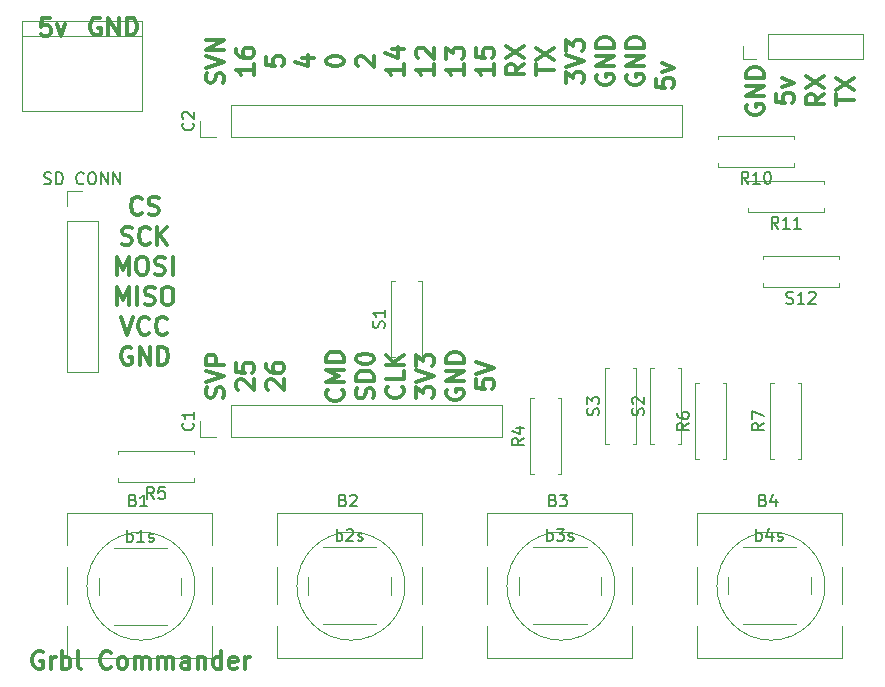
<source format=gbr>
G04 #@! TF.FileFunction,Legend,Top*
%FSLAX46Y46*%
G04 Gerber Fmt 4.6, Leading zero omitted, Abs format (unit mm)*
G04 Created by KiCad (PCBNEW 4.0.7) date 02/16/18 07:03:29*
%MOMM*%
%LPD*%
G01*
G04 APERTURE LIST*
%ADD10C,0.100000*%
%ADD11C,0.300000*%
%ADD12C,0.120000*%
%ADD13C,0.150000*%
G04 APERTURE END LIST*
D10*
D11*
X73585715Y-47188571D02*
X72871429Y-47188571D01*
X72800000Y-47902857D01*
X72871429Y-47831429D01*
X73014286Y-47760000D01*
X73371429Y-47760000D01*
X73514286Y-47831429D01*
X73585715Y-47902857D01*
X73657143Y-48045714D01*
X73657143Y-48402857D01*
X73585715Y-48545714D01*
X73514286Y-48617143D01*
X73371429Y-48688571D01*
X73014286Y-48688571D01*
X72871429Y-48617143D01*
X72800000Y-48545714D01*
X74157143Y-47688571D02*
X74514286Y-48688571D01*
X74871428Y-47688571D01*
X77817143Y-47190000D02*
X77674286Y-47118571D01*
X77460000Y-47118571D01*
X77245715Y-47190000D01*
X77102857Y-47332857D01*
X77031429Y-47475714D01*
X76960000Y-47761429D01*
X76960000Y-47975714D01*
X77031429Y-48261429D01*
X77102857Y-48404286D01*
X77245715Y-48547143D01*
X77460000Y-48618571D01*
X77602857Y-48618571D01*
X77817143Y-48547143D01*
X77888572Y-48475714D01*
X77888572Y-47975714D01*
X77602857Y-47975714D01*
X78531429Y-48618571D02*
X78531429Y-47118571D01*
X79388572Y-48618571D01*
X79388572Y-47118571D01*
X80102858Y-48618571D02*
X80102858Y-47118571D01*
X80460001Y-47118571D01*
X80674286Y-47190000D01*
X80817144Y-47332857D01*
X80888572Y-47475714D01*
X80960001Y-47761429D01*
X80960001Y-47975714D01*
X80888572Y-48261429D01*
X80817144Y-48404286D01*
X80674286Y-48547143D01*
X80460001Y-48618571D01*
X80102858Y-48618571D01*
X72954286Y-100830000D02*
X72811429Y-100758571D01*
X72597143Y-100758571D01*
X72382858Y-100830000D01*
X72240000Y-100972857D01*
X72168572Y-101115714D01*
X72097143Y-101401429D01*
X72097143Y-101615714D01*
X72168572Y-101901429D01*
X72240000Y-102044286D01*
X72382858Y-102187143D01*
X72597143Y-102258571D01*
X72740000Y-102258571D01*
X72954286Y-102187143D01*
X73025715Y-102115714D01*
X73025715Y-101615714D01*
X72740000Y-101615714D01*
X73668572Y-102258571D02*
X73668572Y-101258571D01*
X73668572Y-101544286D02*
X73740000Y-101401429D01*
X73811429Y-101330000D01*
X73954286Y-101258571D01*
X74097143Y-101258571D01*
X74597143Y-102258571D02*
X74597143Y-100758571D01*
X74597143Y-101330000D02*
X74740000Y-101258571D01*
X75025714Y-101258571D01*
X75168571Y-101330000D01*
X75240000Y-101401429D01*
X75311429Y-101544286D01*
X75311429Y-101972857D01*
X75240000Y-102115714D01*
X75168571Y-102187143D01*
X75025714Y-102258571D01*
X74740000Y-102258571D01*
X74597143Y-102187143D01*
X76168572Y-102258571D02*
X76025714Y-102187143D01*
X75954286Y-102044286D01*
X75954286Y-100758571D01*
X78740000Y-102115714D02*
X78668571Y-102187143D01*
X78454285Y-102258571D01*
X78311428Y-102258571D01*
X78097143Y-102187143D01*
X77954285Y-102044286D01*
X77882857Y-101901429D01*
X77811428Y-101615714D01*
X77811428Y-101401429D01*
X77882857Y-101115714D01*
X77954285Y-100972857D01*
X78097143Y-100830000D01*
X78311428Y-100758571D01*
X78454285Y-100758571D01*
X78668571Y-100830000D01*
X78740000Y-100901429D01*
X79597143Y-102258571D02*
X79454285Y-102187143D01*
X79382857Y-102115714D01*
X79311428Y-101972857D01*
X79311428Y-101544286D01*
X79382857Y-101401429D01*
X79454285Y-101330000D01*
X79597143Y-101258571D01*
X79811428Y-101258571D01*
X79954285Y-101330000D01*
X80025714Y-101401429D01*
X80097143Y-101544286D01*
X80097143Y-101972857D01*
X80025714Y-102115714D01*
X79954285Y-102187143D01*
X79811428Y-102258571D01*
X79597143Y-102258571D01*
X80740000Y-102258571D02*
X80740000Y-101258571D01*
X80740000Y-101401429D02*
X80811428Y-101330000D01*
X80954286Y-101258571D01*
X81168571Y-101258571D01*
X81311428Y-101330000D01*
X81382857Y-101472857D01*
X81382857Y-102258571D01*
X81382857Y-101472857D02*
X81454286Y-101330000D01*
X81597143Y-101258571D01*
X81811428Y-101258571D01*
X81954286Y-101330000D01*
X82025714Y-101472857D01*
X82025714Y-102258571D01*
X82740000Y-102258571D02*
X82740000Y-101258571D01*
X82740000Y-101401429D02*
X82811428Y-101330000D01*
X82954286Y-101258571D01*
X83168571Y-101258571D01*
X83311428Y-101330000D01*
X83382857Y-101472857D01*
X83382857Y-102258571D01*
X83382857Y-101472857D02*
X83454286Y-101330000D01*
X83597143Y-101258571D01*
X83811428Y-101258571D01*
X83954286Y-101330000D01*
X84025714Y-101472857D01*
X84025714Y-102258571D01*
X85382857Y-102258571D02*
X85382857Y-101472857D01*
X85311428Y-101330000D01*
X85168571Y-101258571D01*
X84882857Y-101258571D01*
X84740000Y-101330000D01*
X85382857Y-102187143D02*
X85240000Y-102258571D01*
X84882857Y-102258571D01*
X84740000Y-102187143D01*
X84668571Y-102044286D01*
X84668571Y-101901429D01*
X84740000Y-101758571D01*
X84882857Y-101687143D01*
X85240000Y-101687143D01*
X85382857Y-101615714D01*
X86097143Y-101258571D02*
X86097143Y-102258571D01*
X86097143Y-101401429D02*
X86168571Y-101330000D01*
X86311429Y-101258571D01*
X86525714Y-101258571D01*
X86668571Y-101330000D01*
X86740000Y-101472857D01*
X86740000Y-102258571D01*
X88097143Y-102258571D02*
X88097143Y-100758571D01*
X88097143Y-102187143D02*
X87954286Y-102258571D01*
X87668572Y-102258571D01*
X87525714Y-102187143D01*
X87454286Y-102115714D01*
X87382857Y-101972857D01*
X87382857Y-101544286D01*
X87454286Y-101401429D01*
X87525714Y-101330000D01*
X87668572Y-101258571D01*
X87954286Y-101258571D01*
X88097143Y-101330000D01*
X89382857Y-102187143D02*
X89240000Y-102258571D01*
X88954286Y-102258571D01*
X88811429Y-102187143D01*
X88740000Y-102044286D01*
X88740000Y-101472857D01*
X88811429Y-101330000D01*
X88954286Y-101258571D01*
X89240000Y-101258571D01*
X89382857Y-101330000D01*
X89454286Y-101472857D01*
X89454286Y-101615714D01*
X88740000Y-101758571D01*
X90097143Y-102258571D02*
X90097143Y-101258571D01*
X90097143Y-101544286D02*
X90168571Y-101401429D01*
X90240000Y-101330000D01*
X90382857Y-101258571D01*
X90525714Y-101258571D01*
X140148571Y-54482857D02*
X140148571Y-53625714D01*
X141648571Y-54054285D02*
X140148571Y-54054285D01*
X140148571Y-53268571D02*
X141648571Y-52268571D01*
X140148571Y-52268571D02*
X141648571Y-53268571D01*
X139108571Y-53589999D02*
X138394286Y-54089999D01*
X139108571Y-54447142D02*
X137608571Y-54447142D01*
X137608571Y-53875714D01*
X137680000Y-53732856D01*
X137751429Y-53661428D01*
X137894286Y-53589999D01*
X138108571Y-53589999D01*
X138251429Y-53661428D01*
X138322857Y-53732856D01*
X138394286Y-53875714D01*
X138394286Y-54447142D01*
X137608571Y-53089999D02*
X139108571Y-52089999D01*
X137608571Y-52089999D02*
X139108571Y-53089999D01*
X132600000Y-54482857D02*
X132528571Y-54625714D01*
X132528571Y-54840000D01*
X132600000Y-55054285D01*
X132742857Y-55197143D01*
X132885714Y-55268571D01*
X133171429Y-55340000D01*
X133385714Y-55340000D01*
X133671429Y-55268571D01*
X133814286Y-55197143D01*
X133957143Y-55054285D01*
X134028571Y-54840000D01*
X134028571Y-54697143D01*
X133957143Y-54482857D01*
X133885714Y-54411428D01*
X133385714Y-54411428D01*
X133385714Y-54697143D01*
X134028571Y-53768571D02*
X132528571Y-53768571D01*
X134028571Y-52911428D01*
X132528571Y-52911428D01*
X134028571Y-52197142D02*
X132528571Y-52197142D01*
X132528571Y-51839999D01*
X132600000Y-51625714D01*
X132742857Y-51482856D01*
X132885714Y-51411428D01*
X133171429Y-51339999D01*
X133385714Y-51339999D01*
X133671429Y-51411428D01*
X133814286Y-51482856D01*
X133957143Y-51625714D01*
X134028571Y-51839999D01*
X134028571Y-52197142D01*
X135068571Y-53554285D02*
X135068571Y-54268571D01*
X135782857Y-54340000D01*
X135711429Y-54268571D01*
X135640000Y-54125714D01*
X135640000Y-53768571D01*
X135711429Y-53625714D01*
X135782857Y-53554285D01*
X135925714Y-53482857D01*
X136282857Y-53482857D01*
X136425714Y-53554285D01*
X136497143Y-53625714D01*
X136568571Y-53768571D01*
X136568571Y-54125714D01*
X136497143Y-54268571D01*
X136425714Y-54340000D01*
X135568571Y-52982857D02*
X136568571Y-52625714D01*
X135568571Y-52268572D01*
X80455624Y-75073547D02*
X80312767Y-75002118D01*
X80098481Y-75002118D01*
X79884196Y-75073547D01*
X79741338Y-75216404D01*
X79669910Y-75359261D01*
X79598481Y-75644976D01*
X79598481Y-75859261D01*
X79669910Y-76144976D01*
X79741338Y-76287833D01*
X79884196Y-76430690D01*
X80098481Y-76502118D01*
X80241338Y-76502118D01*
X80455624Y-76430690D01*
X80527053Y-76359261D01*
X80527053Y-75859261D01*
X80241338Y-75859261D01*
X81169910Y-76502118D02*
X81169910Y-75002118D01*
X82027053Y-76502118D01*
X82027053Y-75002118D01*
X82741339Y-76502118D02*
X82741339Y-75002118D01*
X83098482Y-75002118D01*
X83312767Y-75073547D01*
X83455625Y-75216404D01*
X83527053Y-75359261D01*
X83598482Y-75644976D01*
X83598482Y-75859261D01*
X83527053Y-76144976D01*
X83455625Y-76287833D01*
X83312767Y-76430690D01*
X83098482Y-76502118D01*
X82741339Y-76502118D01*
X79598481Y-72462118D02*
X80098481Y-73962118D01*
X80598481Y-72462118D01*
X81955624Y-73819261D02*
X81884195Y-73890690D01*
X81669909Y-73962118D01*
X81527052Y-73962118D01*
X81312767Y-73890690D01*
X81169909Y-73747833D01*
X81098481Y-73604976D01*
X81027052Y-73319261D01*
X81027052Y-73104976D01*
X81098481Y-72819261D01*
X81169909Y-72676404D01*
X81312767Y-72533547D01*
X81527052Y-72462118D01*
X81669909Y-72462118D01*
X81884195Y-72533547D01*
X81955624Y-72604976D01*
X83455624Y-73819261D02*
X83384195Y-73890690D01*
X83169909Y-73962118D01*
X83027052Y-73962118D01*
X82812767Y-73890690D01*
X82669909Y-73747833D01*
X82598481Y-73604976D01*
X82527052Y-73319261D01*
X82527052Y-73104976D01*
X82598481Y-72819261D01*
X82669909Y-72676404D01*
X82812767Y-72533547D01*
X83027052Y-72462118D01*
X83169909Y-72462118D01*
X83384195Y-72533547D01*
X83455624Y-72604976D01*
X79241338Y-71422118D02*
X79241338Y-69922118D01*
X79741338Y-70993547D01*
X80241338Y-69922118D01*
X80241338Y-71422118D01*
X80955624Y-71422118D02*
X80955624Y-69922118D01*
X81598481Y-71350690D02*
X81812767Y-71422118D01*
X82169910Y-71422118D01*
X82312767Y-71350690D01*
X82384196Y-71279261D01*
X82455624Y-71136404D01*
X82455624Y-70993547D01*
X82384196Y-70850690D01*
X82312767Y-70779261D01*
X82169910Y-70707833D01*
X81884196Y-70636404D01*
X81741338Y-70564976D01*
X81669910Y-70493547D01*
X81598481Y-70350690D01*
X81598481Y-70207833D01*
X81669910Y-70064976D01*
X81741338Y-69993547D01*
X81884196Y-69922118D01*
X82241338Y-69922118D01*
X82455624Y-69993547D01*
X83384195Y-69922118D02*
X83669909Y-69922118D01*
X83812767Y-69993547D01*
X83955624Y-70136404D01*
X84027052Y-70422118D01*
X84027052Y-70922118D01*
X83955624Y-71207833D01*
X83812767Y-71350690D01*
X83669909Y-71422118D01*
X83384195Y-71422118D01*
X83241338Y-71350690D01*
X83098481Y-71207833D01*
X83027052Y-70922118D01*
X83027052Y-70422118D01*
X83098481Y-70136404D01*
X83241338Y-69993547D01*
X83384195Y-69922118D01*
X79241338Y-68882118D02*
X79241338Y-67382118D01*
X79741338Y-68453547D01*
X80241338Y-67382118D01*
X80241338Y-68882118D01*
X81241338Y-67382118D02*
X81527052Y-67382118D01*
X81669910Y-67453547D01*
X81812767Y-67596404D01*
X81884195Y-67882118D01*
X81884195Y-68382118D01*
X81812767Y-68667833D01*
X81669910Y-68810690D01*
X81527052Y-68882118D01*
X81241338Y-68882118D01*
X81098481Y-68810690D01*
X80955624Y-68667833D01*
X80884195Y-68382118D01*
X80884195Y-67882118D01*
X80955624Y-67596404D01*
X81098481Y-67453547D01*
X81241338Y-67382118D01*
X82455624Y-68810690D02*
X82669910Y-68882118D01*
X83027053Y-68882118D01*
X83169910Y-68810690D01*
X83241339Y-68739261D01*
X83312767Y-68596404D01*
X83312767Y-68453547D01*
X83241339Y-68310690D01*
X83169910Y-68239261D01*
X83027053Y-68167833D01*
X82741339Y-68096404D01*
X82598481Y-68024976D01*
X82527053Y-67953547D01*
X82455624Y-67810690D01*
X82455624Y-67667833D01*
X82527053Y-67524976D01*
X82598481Y-67453547D01*
X82741339Y-67382118D01*
X83098481Y-67382118D01*
X83312767Y-67453547D01*
X83955624Y-68882118D02*
X83955624Y-67382118D01*
X79669910Y-66270690D02*
X79884196Y-66342118D01*
X80241339Y-66342118D01*
X80384196Y-66270690D01*
X80455625Y-66199261D01*
X80527053Y-66056404D01*
X80527053Y-65913547D01*
X80455625Y-65770690D01*
X80384196Y-65699261D01*
X80241339Y-65627833D01*
X79955625Y-65556404D01*
X79812767Y-65484976D01*
X79741339Y-65413547D01*
X79669910Y-65270690D01*
X79669910Y-65127833D01*
X79741339Y-64984976D01*
X79812767Y-64913547D01*
X79955625Y-64842118D01*
X80312767Y-64842118D01*
X80527053Y-64913547D01*
X82027053Y-66199261D02*
X81955624Y-66270690D01*
X81741338Y-66342118D01*
X81598481Y-66342118D01*
X81384196Y-66270690D01*
X81241338Y-66127833D01*
X81169910Y-65984976D01*
X81098481Y-65699261D01*
X81098481Y-65484976D01*
X81169910Y-65199261D01*
X81241338Y-65056404D01*
X81384196Y-64913547D01*
X81598481Y-64842118D01*
X81741338Y-64842118D01*
X81955624Y-64913547D01*
X82027053Y-64984976D01*
X82669910Y-66342118D02*
X82669910Y-64842118D01*
X83527053Y-66342118D02*
X82884196Y-65484976D01*
X83527053Y-64842118D02*
X82669910Y-65699261D01*
X81348482Y-63659261D02*
X81277053Y-63730690D01*
X81062767Y-63802118D01*
X80919910Y-63802118D01*
X80705625Y-63730690D01*
X80562767Y-63587833D01*
X80491339Y-63444976D01*
X80419910Y-63159261D01*
X80419910Y-62944976D01*
X80491339Y-62659261D01*
X80562767Y-62516404D01*
X80705625Y-62373547D01*
X80919910Y-62302118D01*
X81062767Y-62302118D01*
X81277053Y-62373547D01*
X81348482Y-62444976D01*
X81919910Y-63730690D02*
X82134196Y-63802118D01*
X82491339Y-63802118D01*
X82634196Y-63730690D01*
X82705625Y-63659261D01*
X82777053Y-63516404D01*
X82777053Y-63373547D01*
X82705625Y-63230690D01*
X82634196Y-63159261D01*
X82491339Y-63087833D01*
X82205625Y-63016404D01*
X82062767Y-62944976D01*
X81991339Y-62873547D01*
X81919910Y-62730690D01*
X81919910Y-62587833D01*
X81991339Y-62444976D01*
X82062767Y-62373547D01*
X82205625Y-62302118D01*
X82562767Y-62302118D01*
X82777053Y-62373547D01*
X88237143Y-79291428D02*
X88308571Y-79077142D01*
X88308571Y-78719999D01*
X88237143Y-78577142D01*
X88165714Y-78505713D01*
X88022857Y-78434285D01*
X87880000Y-78434285D01*
X87737143Y-78505713D01*
X87665714Y-78577142D01*
X87594286Y-78719999D01*
X87522857Y-79005713D01*
X87451429Y-79148571D01*
X87380000Y-79219999D01*
X87237143Y-79291428D01*
X87094286Y-79291428D01*
X86951429Y-79219999D01*
X86880000Y-79148571D01*
X86808571Y-79005713D01*
X86808571Y-78648571D01*
X86880000Y-78434285D01*
X86808571Y-78005714D02*
X88308571Y-77505714D01*
X86808571Y-77005714D01*
X88308571Y-76505714D02*
X86808571Y-76505714D01*
X86808571Y-75934286D01*
X86880000Y-75791428D01*
X86951429Y-75720000D01*
X87094286Y-75648571D01*
X87308571Y-75648571D01*
X87451429Y-75720000D01*
X87522857Y-75791428D01*
X87594286Y-75934286D01*
X87594286Y-76505714D01*
X89491429Y-78612857D02*
X89420000Y-78541428D01*
X89348571Y-78398571D01*
X89348571Y-78041428D01*
X89420000Y-77898571D01*
X89491429Y-77827142D01*
X89634286Y-77755714D01*
X89777143Y-77755714D01*
X89991429Y-77827142D01*
X90848571Y-78684285D01*
X90848571Y-77755714D01*
X89348571Y-76398571D02*
X89348571Y-77112857D01*
X90062857Y-77184286D01*
X89991429Y-77112857D01*
X89920000Y-76970000D01*
X89920000Y-76612857D01*
X89991429Y-76470000D01*
X90062857Y-76398571D01*
X90205714Y-76327143D01*
X90562857Y-76327143D01*
X90705714Y-76398571D01*
X90777143Y-76470000D01*
X90848571Y-76612857D01*
X90848571Y-76970000D01*
X90777143Y-77112857D01*
X90705714Y-77184286D01*
X92031429Y-78612857D02*
X91960000Y-78541428D01*
X91888571Y-78398571D01*
X91888571Y-78041428D01*
X91960000Y-77898571D01*
X92031429Y-77827142D01*
X92174286Y-77755714D01*
X92317143Y-77755714D01*
X92531429Y-77827142D01*
X93388571Y-78684285D01*
X93388571Y-77755714D01*
X91888571Y-76470000D02*
X91888571Y-76755714D01*
X91960000Y-76898571D01*
X92031429Y-76970000D01*
X92245714Y-77112857D01*
X92531429Y-77184286D01*
X93102857Y-77184286D01*
X93245714Y-77112857D01*
X93317143Y-77041429D01*
X93388571Y-76898571D01*
X93388571Y-76612857D01*
X93317143Y-76470000D01*
X93245714Y-76398571D01*
X93102857Y-76327143D01*
X92745714Y-76327143D01*
X92602857Y-76398571D01*
X92531429Y-76470000D01*
X92460000Y-76612857D01*
X92460000Y-76898571D01*
X92531429Y-77041429D01*
X92602857Y-77112857D01*
X92745714Y-77184286D01*
X98325714Y-78612857D02*
X98397143Y-78684286D01*
X98468571Y-78898572D01*
X98468571Y-79041429D01*
X98397143Y-79255714D01*
X98254286Y-79398572D01*
X98111429Y-79470000D01*
X97825714Y-79541429D01*
X97611429Y-79541429D01*
X97325714Y-79470000D01*
X97182857Y-79398572D01*
X97040000Y-79255714D01*
X96968571Y-79041429D01*
X96968571Y-78898572D01*
X97040000Y-78684286D01*
X97111429Y-78612857D01*
X98468571Y-77970000D02*
X96968571Y-77970000D01*
X98040000Y-77470000D01*
X96968571Y-76970000D01*
X98468571Y-76970000D01*
X98468571Y-76255714D02*
X96968571Y-76255714D01*
X96968571Y-75898571D01*
X97040000Y-75684286D01*
X97182857Y-75541428D01*
X97325714Y-75470000D01*
X97611429Y-75398571D01*
X97825714Y-75398571D01*
X98111429Y-75470000D01*
X98254286Y-75541428D01*
X98397143Y-75684286D01*
X98468571Y-75898571D01*
X98468571Y-76255714D01*
X100937143Y-79362857D02*
X101008571Y-79148571D01*
X101008571Y-78791428D01*
X100937143Y-78648571D01*
X100865714Y-78577142D01*
X100722857Y-78505714D01*
X100580000Y-78505714D01*
X100437143Y-78577142D01*
X100365714Y-78648571D01*
X100294286Y-78791428D01*
X100222857Y-79077142D01*
X100151429Y-79220000D01*
X100080000Y-79291428D01*
X99937143Y-79362857D01*
X99794286Y-79362857D01*
X99651429Y-79291428D01*
X99580000Y-79220000D01*
X99508571Y-79077142D01*
X99508571Y-78720000D01*
X99580000Y-78505714D01*
X101008571Y-77862857D02*
X99508571Y-77862857D01*
X99508571Y-77505714D01*
X99580000Y-77291429D01*
X99722857Y-77148571D01*
X99865714Y-77077143D01*
X100151429Y-77005714D01*
X100365714Y-77005714D01*
X100651429Y-77077143D01*
X100794286Y-77148571D01*
X100937143Y-77291429D01*
X101008571Y-77505714D01*
X101008571Y-77862857D01*
X99508571Y-76077143D02*
X99508571Y-75934286D01*
X99580000Y-75791429D01*
X99651429Y-75720000D01*
X99794286Y-75648571D01*
X100080000Y-75577143D01*
X100437143Y-75577143D01*
X100722857Y-75648571D01*
X100865714Y-75720000D01*
X100937143Y-75791429D01*
X101008571Y-75934286D01*
X101008571Y-76077143D01*
X100937143Y-76220000D01*
X100865714Y-76291429D01*
X100722857Y-76362857D01*
X100437143Y-76434286D01*
X100080000Y-76434286D01*
X99794286Y-76362857D01*
X99651429Y-76291429D01*
X99580000Y-76220000D01*
X99508571Y-76077143D01*
X103405714Y-78362857D02*
X103477143Y-78434286D01*
X103548571Y-78648572D01*
X103548571Y-78791429D01*
X103477143Y-79005714D01*
X103334286Y-79148572D01*
X103191429Y-79220000D01*
X102905714Y-79291429D01*
X102691429Y-79291429D01*
X102405714Y-79220000D01*
X102262857Y-79148572D01*
X102120000Y-79005714D01*
X102048571Y-78791429D01*
X102048571Y-78648572D01*
X102120000Y-78434286D01*
X102191429Y-78362857D01*
X103548571Y-77005714D02*
X103548571Y-77720000D01*
X102048571Y-77720000D01*
X103548571Y-76505714D02*
X102048571Y-76505714D01*
X103548571Y-75648571D02*
X102691429Y-76291428D01*
X102048571Y-75648571D02*
X102905714Y-76505714D01*
X104588571Y-79327142D02*
X104588571Y-78398571D01*
X105160000Y-78898571D01*
X105160000Y-78684285D01*
X105231429Y-78541428D01*
X105302857Y-78469999D01*
X105445714Y-78398571D01*
X105802857Y-78398571D01*
X105945714Y-78469999D01*
X106017143Y-78541428D01*
X106088571Y-78684285D01*
X106088571Y-79112857D01*
X106017143Y-79255714D01*
X105945714Y-79327142D01*
X104588571Y-77970000D02*
X106088571Y-77470000D01*
X104588571Y-76970000D01*
X104588571Y-76612857D02*
X104588571Y-75684286D01*
X105160000Y-76184286D01*
X105160000Y-75970000D01*
X105231429Y-75827143D01*
X105302857Y-75755714D01*
X105445714Y-75684286D01*
X105802857Y-75684286D01*
X105945714Y-75755714D01*
X106017143Y-75827143D01*
X106088571Y-75970000D01*
X106088571Y-76398572D01*
X106017143Y-76541429D01*
X105945714Y-76612857D01*
X107200000Y-78612857D02*
X107128571Y-78755714D01*
X107128571Y-78970000D01*
X107200000Y-79184285D01*
X107342857Y-79327143D01*
X107485714Y-79398571D01*
X107771429Y-79470000D01*
X107985714Y-79470000D01*
X108271429Y-79398571D01*
X108414286Y-79327143D01*
X108557143Y-79184285D01*
X108628571Y-78970000D01*
X108628571Y-78827143D01*
X108557143Y-78612857D01*
X108485714Y-78541428D01*
X107985714Y-78541428D01*
X107985714Y-78827143D01*
X108628571Y-77898571D02*
X107128571Y-77898571D01*
X108628571Y-77041428D01*
X107128571Y-77041428D01*
X108628571Y-76327142D02*
X107128571Y-76327142D01*
X107128571Y-75969999D01*
X107200000Y-75755714D01*
X107342857Y-75612856D01*
X107485714Y-75541428D01*
X107771429Y-75469999D01*
X107985714Y-75469999D01*
X108271429Y-75541428D01*
X108414286Y-75612856D01*
X108557143Y-75755714D01*
X108628571Y-75969999D01*
X108628571Y-76327142D01*
X109668571Y-77755713D02*
X109668571Y-78469999D01*
X110382857Y-78541428D01*
X110311429Y-78469999D01*
X110240000Y-78327142D01*
X110240000Y-77969999D01*
X110311429Y-77827142D01*
X110382857Y-77755713D01*
X110525714Y-77684285D01*
X110882857Y-77684285D01*
X111025714Y-77755713D01*
X111097143Y-77827142D01*
X111168571Y-77969999D01*
X111168571Y-78327142D01*
X111097143Y-78469999D01*
X111025714Y-78541428D01*
X109668571Y-77255714D02*
X111168571Y-76755714D01*
X109668571Y-76255714D01*
X88237143Y-52657143D02*
X88308571Y-52442857D01*
X88308571Y-52085714D01*
X88237143Y-51942857D01*
X88165714Y-51871428D01*
X88022857Y-51800000D01*
X87880000Y-51800000D01*
X87737143Y-51871428D01*
X87665714Y-51942857D01*
X87594286Y-52085714D01*
X87522857Y-52371428D01*
X87451429Y-52514286D01*
X87380000Y-52585714D01*
X87237143Y-52657143D01*
X87094286Y-52657143D01*
X86951429Y-52585714D01*
X86880000Y-52514286D01*
X86808571Y-52371428D01*
X86808571Y-52014286D01*
X86880000Y-51800000D01*
X86808571Y-51371429D02*
X88308571Y-50871429D01*
X86808571Y-50371429D01*
X88308571Y-49871429D02*
X86808571Y-49871429D01*
X88308571Y-49014286D01*
X86808571Y-49014286D01*
X90848571Y-51085714D02*
X90848571Y-51942857D01*
X90848571Y-51514285D02*
X89348571Y-51514285D01*
X89562857Y-51657142D01*
X89705714Y-51800000D01*
X89777143Y-51942857D01*
X89348571Y-49800000D02*
X89348571Y-50085714D01*
X89420000Y-50228571D01*
X89491429Y-50300000D01*
X89705714Y-50442857D01*
X89991429Y-50514286D01*
X90562857Y-50514286D01*
X90705714Y-50442857D01*
X90777143Y-50371429D01*
X90848571Y-50228571D01*
X90848571Y-49942857D01*
X90777143Y-49800000D01*
X90705714Y-49728571D01*
X90562857Y-49657143D01*
X90205714Y-49657143D01*
X90062857Y-49728571D01*
X89991429Y-49800000D01*
X89920000Y-49942857D01*
X89920000Y-50228571D01*
X89991429Y-50371429D01*
X90062857Y-50442857D01*
X90205714Y-50514286D01*
X91888571Y-50442856D02*
X91888571Y-51157142D01*
X92602857Y-51228571D01*
X92531429Y-51157142D01*
X92460000Y-51014285D01*
X92460000Y-50657142D01*
X92531429Y-50514285D01*
X92602857Y-50442856D01*
X92745714Y-50371428D01*
X93102857Y-50371428D01*
X93245714Y-50442856D01*
X93317143Y-50514285D01*
X93388571Y-50657142D01*
X93388571Y-51014285D01*
X93317143Y-51157142D01*
X93245714Y-51228571D01*
X94928571Y-50514285D02*
X95928571Y-50514285D01*
X94357143Y-50871428D02*
X95428571Y-51228571D01*
X95428571Y-50299999D01*
X96968571Y-50871428D02*
X96968571Y-50728571D01*
X97040000Y-50585714D01*
X97111429Y-50514285D01*
X97254286Y-50442856D01*
X97540000Y-50371428D01*
X97897143Y-50371428D01*
X98182857Y-50442856D01*
X98325714Y-50514285D01*
X98397143Y-50585714D01*
X98468571Y-50728571D01*
X98468571Y-50871428D01*
X98397143Y-51014285D01*
X98325714Y-51085714D01*
X98182857Y-51157142D01*
X97897143Y-51228571D01*
X97540000Y-51228571D01*
X97254286Y-51157142D01*
X97111429Y-51085714D01*
X97040000Y-51014285D01*
X96968571Y-50871428D01*
X99651429Y-51228571D02*
X99580000Y-51157142D01*
X99508571Y-51014285D01*
X99508571Y-50657142D01*
X99580000Y-50514285D01*
X99651429Y-50442856D01*
X99794286Y-50371428D01*
X99937143Y-50371428D01*
X100151429Y-50442856D01*
X101008571Y-51299999D01*
X101008571Y-50371428D01*
X103548571Y-51085714D02*
X103548571Y-51942857D01*
X103548571Y-51514285D02*
X102048571Y-51514285D01*
X102262857Y-51657142D01*
X102405714Y-51800000D01*
X102477143Y-51942857D01*
X102548571Y-49800000D02*
X103548571Y-49800000D01*
X101977143Y-50157143D02*
X103048571Y-50514286D01*
X103048571Y-49585714D01*
X106088571Y-51085714D02*
X106088571Y-51942857D01*
X106088571Y-51514285D02*
X104588571Y-51514285D01*
X104802857Y-51657142D01*
X104945714Y-51800000D01*
X105017143Y-51942857D01*
X104731429Y-50514286D02*
X104660000Y-50442857D01*
X104588571Y-50300000D01*
X104588571Y-49942857D01*
X104660000Y-49800000D01*
X104731429Y-49728571D01*
X104874286Y-49657143D01*
X105017143Y-49657143D01*
X105231429Y-49728571D01*
X106088571Y-50585714D01*
X106088571Y-49657143D01*
X108628571Y-51085714D02*
X108628571Y-51942857D01*
X108628571Y-51514285D02*
X107128571Y-51514285D01*
X107342857Y-51657142D01*
X107485714Y-51800000D01*
X107557143Y-51942857D01*
X107128571Y-50585714D02*
X107128571Y-49657143D01*
X107700000Y-50157143D01*
X107700000Y-49942857D01*
X107771429Y-49800000D01*
X107842857Y-49728571D01*
X107985714Y-49657143D01*
X108342857Y-49657143D01*
X108485714Y-49728571D01*
X108557143Y-49800000D01*
X108628571Y-49942857D01*
X108628571Y-50371429D01*
X108557143Y-50514286D01*
X108485714Y-50585714D01*
X111168571Y-51085714D02*
X111168571Y-51942857D01*
X111168571Y-51514285D02*
X109668571Y-51514285D01*
X109882857Y-51657142D01*
X110025714Y-51800000D01*
X110097143Y-51942857D01*
X109668571Y-49728571D02*
X109668571Y-50442857D01*
X110382857Y-50514286D01*
X110311429Y-50442857D01*
X110240000Y-50300000D01*
X110240000Y-49942857D01*
X110311429Y-49800000D01*
X110382857Y-49728571D01*
X110525714Y-49657143D01*
X110882857Y-49657143D01*
X111025714Y-49728571D01*
X111097143Y-49800000D01*
X111168571Y-49942857D01*
X111168571Y-50300000D01*
X111097143Y-50442857D01*
X111025714Y-50514286D01*
X113708571Y-51049999D02*
X112994286Y-51549999D01*
X113708571Y-51907142D02*
X112208571Y-51907142D01*
X112208571Y-51335714D01*
X112280000Y-51192856D01*
X112351429Y-51121428D01*
X112494286Y-51049999D01*
X112708571Y-51049999D01*
X112851429Y-51121428D01*
X112922857Y-51192856D01*
X112994286Y-51335714D01*
X112994286Y-51907142D01*
X112208571Y-50549999D02*
X113708571Y-49549999D01*
X112208571Y-49549999D02*
X113708571Y-50549999D01*
X114748571Y-51942857D02*
X114748571Y-51085714D01*
X116248571Y-51514285D02*
X114748571Y-51514285D01*
X114748571Y-50728571D02*
X116248571Y-49728571D01*
X114748571Y-49728571D02*
X116248571Y-50728571D01*
X119900000Y-51942857D02*
X119828571Y-52085714D01*
X119828571Y-52300000D01*
X119900000Y-52514285D01*
X120042857Y-52657143D01*
X120185714Y-52728571D01*
X120471429Y-52800000D01*
X120685714Y-52800000D01*
X120971429Y-52728571D01*
X121114286Y-52657143D01*
X121257143Y-52514285D01*
X121328571Y-52300000D01*
X121328571Y-52157143D01*
X121257143Y-51942857D01*
X121185714Y-51871428D01*
X120685714Y-51871428D01*
X120685714Y-52157143D01*
X121328571Y-51228571D02*
X119828571Y-51228571D01*
X121328571Y-50371428D01*
X119828571Y-50371428D01*
X121328571Y-49657142D02*
X119828571Y-49657142D01*
X119828571Y-49299999D01*
X119900000Y-49085714D01*
X120042857Y-48942856D01*
X120185714Y-48871428D01*
X120471429Y-48799999D01*
X120685714Y-48799999D01*
X120971429Y-48871428D01*
X121114286Y-48942856D01*
X121257143Y-49085714D01*
X121328571Y-49299999D01*
X121328571Y-49657142D01*
X117288571Y-52657142D02*
X117288571Y-51728571D01*
X117860000Y-52228571D01*
X117860000Y-52014285D01*
X117931429Y-51871428D01*
X118002857Y-51799999D01*
X118145714Y-51728571D01*
X118502857Y-51728571D01*
X118645714Y-51799999D01*
X118717143Y-51871428D01*
X118788571Y-52014285D01*
X118788571Y-52442857D01*
X118717143Y-52585714D01*
X118645714Y-52657142D01*
X117288571Y-51300000D02*
X118788571Y-50800000D01*
X117288571Y-50300000D01*
X117288571Y-49942857D02*
X117288571Y-49014286D01*
X117860000Y-49514286D01*
X117860000Y-49300000D01*
X117931429Y-49157143D01*
X118002857Y-49085714D01*
X118145714Y-49014286D01*
X118502857Y-49014286D01*
X118645714Y-49085714D01*
X118717143Y-49157143D01*
X118788571Y-49300000D01*
X118788571Y-49728572D01*
X118717143Y-49871429D01*
X118645714Y-49942857D01*
X122440000Y-51942857D02*
X122368571Y-52085714D01*
X122368571Y-52300000D01*
X122440000Y-52514285D01*
X122582857Y-52657143D01*
X122725714Y-52728571D01*
X123011429Y-52800000D01*
X123225714Y-52800000D01*
X123511429Y-52728571D01*
X123654286Y-52657143D01*
X123797143Y-52514285D01*
X123868571Y-52300000D01*
X123868571Y-52157143D01*
X123797143Y-51942857D01*
X123725714Y-51871428D01*
X123225714Y-51871428D01*
X123225714Y-52157143D01*
X123868571Y-51228571D02*
X122368571Y-51228571D01*
X123868571Y-50371428D01*
X122368571Y-50371428D01*
X123868571Y-49657142D02*
X122368571Y-49657142D01*
X122368571Y-49299999D01*
X122440000Y-49085714D01*
X122582857Y-48942856D01*
X122725714Y-48871428D01*
X123011429Y-48799999D01*
X123225714Y-48799999D01*
X123511429Y-48871428D01*
X123654286Y-48942856D01*
X123797143Y-49085714D01*
X123868571Y-49299999D01*
X123868571Y-49657142D01*
X124908571Y-52284285D02*
X124908571Y-52998571D01*
X125622857Y-53070000D01*
X125551429Y-52998571D01*
X125480000Y-52855714D01*
X125480000Y-52498571D01*
X125551429Y-52355714D01*
X125622857Y-52284285D01*
X125765714Y-52212857D01*
X126122857Y-52212857D01*
X126265714Y-52284285D01*
X126337143Y-52355714D01*
X126408571Y-52498571D01*
X126408571Y-52855714D01*
X126337143Y-52998571D01*
X126265714Y-53070000D01*
X125408571Y-51712857D02*
X126408571Y-51355714D01*
X125408571Y-50998572D01*
D12*
X132220000Y-98450000D02*
X136720000Y-98450000D01*
X130970000Y-94450000D02*
X130970000Y-95950000D01*
X136720000Y-91950000D02*
X132220000Y-91950000D01*
X137970000Y-95950000D02*
X137970000Y-94450000D01*
X114510000Y-98480000D02*
X119010000Y-98480000D01*
X113260000Y-94480000D02*
X113260000Y-95980000D01*
X119010000Y-91980000D02*
X114510000Y-91980000D01*
X120260000Y-95980000D02*
X120260000Y-94480000D01*
X96690000Y-98480000D02*
X101190000Y-98480000D01*
X95440000Y-94480000D02*
X95440000Y-95980000D01*
X101190000Y-91980000D02*
X96690000Y-91980000D01*
X102440000Y-95980000D02*
X102440000Y-94480000D01*
X140370000Y-69560000D02*
X140370000Y-69890000D01*
X140370000Y-69890000D02*
X133950000Y-69890000D01*
X133950000Y-69890000D02*
X133950000Y-69560000D01*
X140370000Y-67600000D02*
X140370000Y-67270000D01*
X140370000Y-67270000D02*
X133950000Y-67270000D01*
X133950000Y-67270000D02*
X133950000Y-67600000D01*
X128370000Y-89060000D02*
X140670000Y-89060000D01*
X140670000Y-93640000D02*
X140670000Y-96780000D01*
X140670000Y-101360000D02*
X128370000Y-101360000D01*
X128370000Y-91780000D02*
X128370000Y-89060000D01*
X139199050Y-95250000D02*
G75*
G03X139199050Y-95250000I-4579050J0D01*
G01*
X128370000Y-101360000D02*
X128370000Y-98640000D01*
X128370000Y-96780000D02*
X128370000Y-93640000D01*
X140670000Y-98640000D02*
X140670000Y-101360000D01*
X140670000Y-89060000D02*
X140670000Y-91780000D01*
X110590000Y-89060000D02*
X122890000Y-89060000D01*
X122890000Y-93640000D02*
X122890000Y-96780000D01*
X122890000Y-101360000D02*
X110590000Y-101360000D01*
X110590000Y-91780000D02*
X110590000Y-89060000D01*
X121419050Y-95250000D02*
G75*
G03X121419050Y-95250000I-4579050J0D01*
G01*
X110590000Y-101360000D02*
X110590000Y-98640000D01*
X110590000Y-96780000D02*
X110590000Y-93640000D01*
X122890000Y-98640000D02*
X122890000Y-101360000D01*
X122890000Y-89060000D02*
X122890000Y-91780000D01*
X92810000Y-89060000D02*
X105110000Y-89060000D01*
X105110000Y-93640000D02*
X105110000Y-96780000D01*
X105110000Y-101360000D02*
X92810000Y-101360000D01*
X92810000Y-91780000D02*
X92810000Y-89060000D01*
X103639050Y-95250000D02*
G75*
G03X103639050Y-95250000I-4579050J0D01*
G01*
X92810000Y-101360000D02*
X92810000Y-98640000D01*
X92810000Y-96780000D02*
X92810000Y-93640000D01*
X105110000Y-98640000D02*
X105110000Y-101360000D01*
X105110000Y-89060000D02*
X105110000Y-91780000D01*
X139100000Y-63210000D02*
X139100000Y-63540000D01*
X139100000Y-63540000D02*
X132680000Y-63540000D01*
X132680000Y-63540000D02*
X132680000Y-63210000D01*
X139100000Y-61250000D02*
X139100000Y-60920000D01*
X139100000Y-60920000D02*
X132680000Y-60920000D01*
X132680000Y-60920000D02*
X132680000Y-61250000D01*
X136560000Y-59400000D02*
X136560000Y-59730000D01*
X136560000Y-59730000D02*
X130140000Y-59730000D01*
X130140000Y-59730000D02*
X130140000Y-59400000D01*
X136560000Y-57440000D02*
X136560000Y-57110000D01*
X136560000Y-57110000D02*
X130140000Y-57110000D01*
X130140000Y-57110000D02*
X130140000Y-57440000D01*
X102790000Y-75850000D02*
X102460000Y-75850000D01*
X102460000Y-75850000D02*
X102460000Y-69430000D01*
X102460000Y-69430000D02*
X102790000Y-69430000D01*
X104750000Y-75850000D02*
X105080000Y-75850000D01*
X105080000Y-75850000D02*
X105080000Y-69430000D01*
X105080000Y-69430000D02*
X104750000Y-69430000D01*
X134910000Y-84490000D02*
X134580000Y-84490000D01*
X134580000Y-84490000D02*
X134580000Y-78070000D01*
X134580000Y-78070000D02*
X134910000Y-78070000D01*
X136870000Y-84490000D02*
X137200000Y-84490000D01*
X137200000Y-84490000D02*
X137200000Y-78070000D01*
X137200000Y-78070000D02*
X136870000Y-78070000D01*
X134350000Y-50590000D02*
X142410000Y-50590000D01*
X142410000Y-50590000D02*
X142410000Y-48470000D01*
X142410000Y-48470000D02*
X134350000Y-48470000D01*
X134350000Y-48470000D02*
X134350000Y-50590000D01*
X133350000Y-50590000D02*
X132290000Y-50590000D01*
X132290000Y-50590000D02*
X132290000Y-49530000D01*
X124750000Y-83220000D02*
X124420000Y-83220000D01*
X124420000Y-83220000D02*
X124420000Y-76800000D01*
X124420000Y-76800000D02*
X124750000Y-76800000D01*
X126710000Y-83220000D02*
X127040000Y-83220000D01*
X127040000Y-83220000D02*
X127040000Y-76800000D01*
X127040000Y-76800000D02*
X126710000Y-76800000D01*
X120940000Y-83220000D02*
X120610000Y-83220000D01*
X120610000Y-83220000D02*
X120610000Y-76800000D01*
X120610000Y-76800000D02*
X120940000Y-76800000D01*
X122900000Y-83220000D02*
X123230000Y-83220000D01*
X123230000Y-83220000D02*
X123230000Y-76800000D01*
X123230000Y-76800000D02*
X122900000Y-76800000D01*
X85760000Y-86070000D02*
X85760000Y-86400000D01*
X85760000Y-86400000D02*
X79340000Y-86400000D01*
X79340000Y-86400000D02*
X79340000Y-86070000D01*
X85760000Y-84110000D02*
X85760000Y-83780000D01*
X85760000Y-83780000D02*
X79340000Y-83780000D01*
X79340000Y-83780000D02*
X79340000Y-84110000D01*
X128560000Y-84490000D02*
X128230000Y-84490000D01*
X128230000Y-84490000D02*
X128230000Y-78070000D01*
X128230000Y-78070000D02*
X128560000Y-78070000D01*
X130520000Y-84490000D02*
X130850000Y-84490000D01*
X130850000Y-84490000D02*
X130850000Y-78070000D01*
X130850000Y-78070000D02*
X130520000Y-78070000D01*
X88900000Y-57210000D02*
X127060000Y-57210000D01*
X127060000Y-57210000D02*
X127060000Y-54550000D01*
X127060000Y-54550000D02*
X88900000Y-54550000D01*
X88900000Y-54550000D02*
X88900000Y-57210000D01*
X87630000Y-57210000D02*
X86300000Y-57210000D01*
X86300000Y-57210000D02*
X86300000Y-55880000D01*
X88900000Y-82610000D02*
X111820000Y-82610000D01*
X111820000Y-82610000D02*
X111820000Y-79950000D01*
X111820000Y-79950000D02*
X88900000Y-79950000D01*
X88900000Y-79950000D02*
X88900000Y-82610000D01*
X87630000Y-82610000D02*
X86300000Y-82610000D01*
X86300000Y-82610000D02*
X86300000Y-81280000D01*
X74998481Y-64373547D02*
X74998481Y-77133547D01*
X74998481Y-77133547D02*
X77658481Y-77133547D01*
X77658481Y-77133547D02*
X77658481Y-64373547D01*
X77658481Y-64373547D02*
X74998481Y-64373547D01*
X74998481Y-63103547D02*
X74998481Y-61773547D01*
X74998481Y-61773547D02*
X76328481Y-61773547D01*
X114590000Y-85760000D02*
X114260000Y-85760000D01*
X114260000Y-85760000D02*
X114260000Y-79340000D01*
X114260000Y-79340000D02*
X114590000Y-79340000D01*
X116550000Y-85760000D02*
X116880000Y-85760000D01*
X116880000Y-85760000D02*
X116880000Y-79340000D01*
X116880000Y-79340000D02*
X116550000Y-79340000D01*
X75030000Y-89060000D02*
X87330000Y-89060000D01*
X87330000Y-93640000D02*
X87330000Y-96780000D01*
X87330000Y-101360000D02*
X75030000Y-101360000D01*
X75030000Y-91780000D02*
X75030000Y-89060000D01*
X85859050Y-95250000D02*
G75*
G03X85859050Y-95250000I-4579050J0D01*
G01*
X75030000Y-101360000D02*
X75030000Y-98640000D01*
X75030000Y-96780000D02*
X75030000Y-93640000D01*
X87330000Y-98640000D02*
X87330000Y-101360000D01*
X87330000Y-89060000D02*
X87330000Y-91780000D01*
X71190000Y-48660000D02*
X81350000Y-48660000D01*
X71190000Y-47390000D02*
X71190000Y-55010000D01*
X71190000Y-55010000D02*
X81350000Y-55010000D01*
X81350000Y-55010000D02*
X81350000Y-47390000D01*
X81350000Y-47390000D02*
X71190000Y-47390000D01*
X78960000Y-98540000D02*
X83460000Y-98540000D01*
X77710000Y-94540000D02*
X77710000Y-96040000D01*
X83460000Y-92040000D02*
X78960000Y-92040000D01*
X84710000Y-96040000D02*
X84710000Y-94540000D01*
D13*
X133374762Y-91402381D02*
X133374762Y-90402381D01*
X133374762Y-90783333D02*
X133470000Y-90735714D01*
X133660477Y-90735714D01*
X133755715Y-90783333D01*
X133803334Y-90830952D01*
X133850953Y-90926190D01*
X133850953Y-91211905D01*
X133803334Y-91307143D01*
X133755715Y-91354762D01*
X133660477Y-91402381D01*
X133470000Y-91402381D01*
X133374762Y-91354762D01*
X134708096Y-90735714D02*
X134708096Y-91402381D01*
X134470000Y-90354762D02*
X134231905Y-91069048D01*
X134850953Y-91069048D01*
X135184286Y-91354762D02*
X135279524Y-91402381D01*
X135470000Y-91402381D01*
X135565239Y-91354762D01*
X135612858Y-91259524D01*
X135612858Y-91211905D01*
X135565239Y-91116667D01*
X135470000Y-91069048D01*
X135327143Y-91069048D01*
X135231905Y-91021429D01*
X135184286Y-90926190D01*
X135184286Y-90878571D01*
X135231905Y-90783333D01*
X135327143Y-90735714D01*
X135470000Y-90735714D01*
X135565239Y-90783333D01*
X115664762Y-91432381D02*
X115664762Y-90432381D01*
X115664762Y-90813333D02*
X115760000Y-90765714D01*
X115950477Y-90765714D01*
X116045715Y-90813333D01*
X116093334Y-90860952D01*
X116140953Y-90956190D01*
X116140953Y-91241905D01*
X116093334Y-91337143D01*
X116045715Y-91384762D01*
X115950477Y-91432381D01*
X115760000Y-91432381D01*
X115664762Y-91384762D01*
X116474286Y-90432381D02*
X117093334Y-90432381D01*
X116760000Y-90813333D01*
X116902858Y-90813333D01*
X116998096Y-90860952D01*
X117045715Y-90908571D01*
X117093334Y-91003810D01*
X117093334Y-91241905D01*
X117045715Y-91337143D01*
X116998096Y-91384762D01*
X116902858Y-91432381D01*
X116617143Y-91432381D01*
X116521905Y-91384762D01*
X116474286Y-91337143D01*
X117474286Y-91384762D02*
X117569524Y-91432381D01*
X117760000Y-91432381D01*
X117855239Y-91384762D01*
X117902858Y-91289524D01*
X117902858Y-91241905D01*
X117855239Y-91146667D01*
X117760000Y-91099048D01*
X117617143Y-91099048D01*
X117521905Y-91051429D01*
X117474286Y-90956190D01*
X117474286Y-90908571D01*
X117521905Y-90813333D01*
X117617143Y-90765714D01*
X117760000Y-90765714D01*
X117855239Y-90813333D01*
X97844762Y-91432381D02*
X97844762Y-90432381D01*
X97844762Y-90813333D02*
X97940000Y-90765714D01*
X98130477Y-90765714D01*
X98225715Y-90813333D01*
X98273334Y-90860952D01*
X98320953Y-90956190D01*
X98320953Y-91241905D01*
X98273334Y-91337143D01*
X98225715Y-91384762D01*
X98130477Y-91432381D01*
X97940000Y-91432381D01*
X97844762Y-91384762D01*
X98701905Y-90527619D02*
X98749524Y-90480000D01*
X98844762Y-90432381D01*
X99082858Y-90432381D01*
X99178096Y-90480000D01*
X99225715Y-90527619D01*
X99273334Y-90622857D01*
X99273334Y-90718095D01*
X99225715Y-90860952D01*
X98654286Y-91432381D01*
X99273334Y-91432381D01*
X99654286Y-91384762D02*
X99749524Y-91432381D01*
X99940000Y-91432381D01*
X100035239Y-91384762D01*
X100082858Y-91289524D01*
X100082858Y-91241905D01*
X100035239Y-91146667D01*
X99940000Y-91099048D01*
X99797143Y-91099048D01*
X99701905Y-91051429D01*
X99654286Y-90956190D01*
X99654286Y-90908571D01*
X99701905Y-90813333D01*
X99797143Y-90765714D01*
X99940000Y-90765714D01*
X100035239Y-90813333D01*
X135921905Y-71294762D02*
X136064762Y-71342381D01*
X136302858Y-71342381D01*
X136398096Y-71294762D01*
X136445715Y-71247143D01*
X136493334Y-71151905D01*
X136493334Y-71056667D01*
X136445715Y-70961429D01*
X136398096Y-70913810D01*
X136302858Y-70866190D01*
X136112381Y-70818571D01*
X136017143Y-70770952D01*
X135969524Y-70723333D01*
X135921905Y-70628095D01*
X135921905Y-70532857D01*
X135969524Y-70437619D01*
X136017143Y-70390000D01*
X136112381Y-70342381D01*
X136350477Y-70342381D01*
X136493334Y-70390000D01*
X137445715Y-71342381D02*
X136874286Y-71342381D01*
X137160000Y-71342381D02*
X137160000Y-70342381D01*
X137064762Y-70485238D01*
X136969524Y-70580476D01*
X136874286Y-70628095D01*
X137826667Y-70437619D02*
X137874286Y-70390000D01*
X137969524Y-70342381D01*
X138207620Y-70342381D01*
X138302858Y-70390000D01*
X138350477Y-70437619D01*
X138398096Y-70532857D01*
X138398096Y-70628095D01*
X138350477Y-70770952D01*
X137779048Y-71342381D01*
X138398096Y-71342381D01*
X133945239Y-87978571D02*
X134088096Y-88026190D01*
X134135715Y-88073810D01*
X134183334Y-88169048D01*
X134183334Y-88311905D01*
X134135715Y-88407143D01*
X134088096Y-88454762D01*
X133992858Y-88502381D01*
X133611905Y-88502381D01*
X133611905Y-87502381D01*
X133945239Y-87502381D01*
X134040477Y-87550000D01*
X134088096Y-87597619D01*
X134135715Y-87692857D01*
X134135715Y-87788095D01*
X134088096Y-87883333D01*
X134040477Y-87930952D01*
X133945239Y-87978571D01*
X133611905Y-87978571D01*
X135040477Y-87835714D02*
X135040477Y-88502381D01*
X134802381Y-87454762D02*
X134564286Y-88169048D01*
X135183334Y-88169048D01*
X116165239Y-87978571D02*
X116308096Y-88026190D01*
X116355715Y-88073810D01*
X116403334Y-88169048D01*
X116403334Y-88311905D01*
X116355715Y-88407143D01*
X116308096Y-88454762D01*
X116212858Y-88502381D01*
X115831905Y-88502381D01*
X115831905Y-87502381D01*
X116165239Y-87502381D01*
X116260477Y-87550000D01*
X116308096Y-87597619D01*
X116355715Y-87692857D01*
X116355715Y-87788095D01*
X116308096Y-87883333D01*
X116260477Y-87930952D01*
X116165239Y-87978571D01*
X115831905Y-87978571D01*
X116736667Y-87502381D02*
X117355715Y-87502381D01*
X117022381Y-87883333D01*
X117165239Y-87883333D01*
X117260477Y-87930952D01*
X117308096Y-87978571D01*
X117355715Y-88073810D01*
X117355715Y-88311905D01*
X117308096Y-88407143D01*
X117260477Y-88454762D01*
X117165239Y-88502381D01*
X116879524Y-88502381D01*
X116784286Y-88454762D01*
X116736667Y-88407143D01*
X98385239Y-87978571D02*
X98528096Y-88026190D01*
X98575715Y-88073810D01*
X98623334Y-88169048D01*
X98623334Y-88311905D01*
X98575715Y-88407143D01*
X98528096Y-88454762D01*
X98432858Y-88502381D01*
X98051905Y-88502381D01*
X98051905Y-87502381D01*
X98385239Y-87502381D01*
X98480477Y-87550000D01*
X98528096Y-87597619D01*
X98575715Y-87692857D01*
X98575715Y-87788095D01*
X98528096Y-87883333D01*
X98480477Y-87930952D01*
X98385239Y-87978571D01*
X98051905Y-87978571D01*
X99004286Y-87597619D02*
X99051905Y-87550000D01*
X99147143Y-87502381D01*
X99385239Y-87502381D01*
X99480477Y-87550000D01*
X99528096Y-87597619D01*
X99575715Y-87692857D01*
X99575715Y-87788095D01*
X99528096Y-87930952D01*
X98956667Y-88502381D01*
X99575715Y-88502381D01*
X135247143Y-64992381D02*
X134913809Y-64516190D01*
X134675714Y-64992381D02*
X134675714Y-63992381D01*
X135056667Y-63992381D01*
X135151905Y-64040000D01*
X135199524Y-64087619D01*
X135247143Y-64182857D01*
X135247143Y-64325714D01*
X135199524Y-64420952D01*
X135151905Y-64468571D01*
X135056667Y-64516190D01*
X134675714Y-64516190D01*
X136199524Y-64992381D02*
X135628095Y-64992381D01*
X135913809Y-64992381D02*
X135913809Y-63992381D01*
X135818571Y-64135238D01*
X135723333Y-64230476D01*
X135628095Y-64278095D01*
X137151905Y-64992381D02*
X136580476Y-64992381D01*
X136866190Y-64992381D02*
X136866190Y-63992381D01*
X136770952Y-64135238D01*
X136675714Y-64230476D01*
X136580476Y-64278095D01*
X132707143Y-61182381D02*
X132373809Y-60706190D01*
X132135714Y-61182381D02*
X132135714Y-60182381D01*
X132516667Y-60182381D01*
X132611905Y-60230000D01*
X132659524Y-60277619D01*
X132707143Y-60372857D01*
X132707143Y-60515714D01*
X132659524Y-60610952D01*
X132611905Y-60658571D01*
X132516667Y-60706190D01*
X132135714Y-60706190D01*
X133659524Y-61182381D02*
X133088095Y-61182381D01*
X133373809Y-61182381D02*
X133373809Y-60182381D01*
X133278571Y-60325238D01*
X133183333Y-60420476D01*
X133088095Y-60468095D01*
X134278571Y-60182381D02*
X134373810Y-60182381D01*
X134469048Y-60230000D01*
X134516667Y-60277619D01*
X134564286Y-60372857D01*
X134611905Y-60563333D01*
X134611905Y-60801429D01*
X134564286Y-60991905D01*
X134516667Y-61087143D01*
X134469048Y-61134762D01*
X134373810Y-61182381D01*
X134278571Y-61182381D01*
X134183333Y-61134762D01*
X134135714Y-61087143D01*
X134088095Y-60991905D01*
X134040476Y-60801429D01*
X134040476Y-60563333D01*
X134088095Y-60372857D01*
X134135714Y-60277619D01*
X134183333Y-60230000D01*
X134278571Y-60182381D01*
X101864762Y-73401905D02*
X101912381Y-73259048D01*
X101912381Y-73020952D01*
X101864762Y-72925714D01*
X101817143Y-72878095D01*
X101721905Y-72830476D01*
X101626667Y-72830476D01*
X101531429Y-72878095D01*
X101483810Y-72925714D01*
X101436190Y-73020952D01*
X101388571Y-73211429D01*
X101340952Y-73306667D01*
X101293333Y-73354286D01*
X101198095Y-73401905D01*
X101102857Y-73401905D01*
X101007619Y-73354286D01*
X100960000Y-73306667D01*
X100912381Y-73211429D01*
X100912381Y-72973333D01*
X100960000Y-72830476D01*
X101912381Y-71878095D02*
X101912381Y-72449524D01*
X101912381Y-72163810D02*
X100912381Y-72163810D01*
X101055238Y-72259048D01*
X101150476Y-72354286D01*
X101198095Y-72449524D01*
X134032381Y-81446666D02*
X133556190Y-81780000D01*
X134032381Y-82018095D02*
X133032381Y-82018095D01*
X133032381Y-81637142D01*
X133080000Y-81541904D01*
X133127619Y-81494285D01*
X133222857Y-81446666D01*
X133365714Y-81446666D01*
X133460952Y-81494285D01*
X133508571Y-81541904D01*
X133556190Y-81637142D01*
X133556190Y-82018095D01*
X133032381Y-81113333D02*
X133032381Y-80446666D01*
X134032381Y-80875238D01*
X123824762Y-80771905D02*
X123872381Y-80629048D01*
X123872381Y-80390952D01*
X123824762Y-80295714D01*
X123777143Y-80248095D01*
X123681905Y-80200476D01*
X123586667Y-80200476D01*
X123491429Y-80248095D01*
X123443810Y-80295714D01*
X123396190Y-80390952D01*
X123348571Y-80581429D01*
X123300952Y-80676667D01*
X123253333Y-80724286D01*
X123158095Y-80771905D01*
X123062857Y-80771905D01*
X122967619Y-80724286D01*
X122920000Y-80676667D01*
X122872381Y-80581429D01*
X122872381Y-80343333D01*
X122920000Y-80200476D01*
X122967619Y-79819524D02*
X122920000Y-79771905D01*
X122872381Y-79676667D01*
X122872381Y-79438571D01*
X122920000Y-79343333D01*
X122967619Y-79295714D01*
X123062857Y-79248095D01*
X123158095Y-79248095D01*
X123300952Y-79295714D01*
X123872381Y-79867143D01*
X123872381Y-79248095D01*
X120014762Y-80771905D02*
X120062381Y-80629048D01*
X120062381Y-80390952D01*
X120014762Y-80295714D01*
X119967143Y-80248095D01*
X119871905Y-80200476D01*
X119776667Y-80200476D01*
X119681429Y-80248095D01*
X119633810Y-80295714D01*
X119586190Y-80390952D01*
X119538571Y-80581429D01*
X119490952Y-80676667D01*
X119443333Y-80724286D01*
X119348095Y-80771905D01*
X119252857Y-80771905D01*
X119157619Y-80724286D01*
X119110000Y-80676667D01*
X119062381Y-80581429D01*
X119062381Y-80343333D01*
X119110000Y-80200476D01*
X119062381Y-79867143D02*
X119062381Y-79248095D01*
X119443333Y-79581429D01*
X119443333Y-79438571D01*
X119490952Y-79343333D01*
X119538571Y-79295714D01*
X119633810Y-79248095D01*
X119871905Y-79248095D01*
X119967143Y-79295714D01*
X120014762Y-79343333D01*
X120062381Y-79438571D01*
X120062381Y-79724286D01*
X120014762Y-79819524D01*
X119967143Y-79867143D01*
X82383334Y-87852381D02*
X82050000Y-87376190D01*
X81811905Y-87852381D02*
X81811905Y-86852381D01*
X82192858Y-86852381D01*
X82288096Y-86900000D01*
X82335715Y-86947619D01*
X82383334Y-87042857D01*
X82383334Y-87185714D01*
X82335715Y-87280952D01*
X82288096Y-87328571D01*
X82192858Y-87376190D01*
X81811905Y-87376190D01*
X83288096Y-86852381D02*
X82811905Y-86852381D01*
X82764286Y-87328571D01*
X82811905Y-87280952D01*
X82907143Y-87233333D01*
X83145239Y-87233333D01*
X83240477Y-87280952D01*
X83288096Y-87328571D01*
X83335715Y-87423810D01*
X83335715Y-87661905D01*
X83288096Y-87757143D01*
X83240477Y-87804762D01*
X83145239Y-87852381D01*
X82907143Y-87852381D01*
X82811905Y-87804762D01*
X82764286Y-87757143D01*
X127682381Y-81446666D02*
X127206190Y-81780000D01*
X127682381Y-82018095D02*
X126682381Y-82018095D01*
X126682381Y-81637142D01*
X126730000Y-81541904D01*
X126777619Y-81494285D01*
X126872857Y-81446666D01*
X127015714Y-81446666D01*
X127110952Y-81494285D01*
X127158571Y-81541904D01*
X127206190Y-81637142D01*
X127206190Y-82018095D01*
X126682381Y-80589523D02*
X126682381Y-80780000D01*
X126730000Y-80875238D01*
X126777619Y-80922857D01*
X126920476Y-81018095D01*
X127110952Y-81065714D01*
X127491905Y-81065714D01*
X127587143Y-81018095D01*
X127634762Y-80970476D01*
X127682381Y-80875238D01*
X127682381Y-80684761D01*
X127634762Y-80589523D01*
X127587143Y-80541904D01*
X127491905Y-80494285D01*
X127253810Y-80494285D01*
X127158571Y-80541904D01*
X127110952Y-80589523D01*
X127063333Y-80684761D01*
X127063333Y-80875238D01*
X127110952Y-80970476D01*
X127158571Y-81018095D01*
X127253810Y-81065714D01*
X85657143Y-56046666D02*
X85704762Y-56094285D01*
X85752381Y-56237142D01*
X85752381Y-56332380D01*
X85704762Y-56475238D01*
X85609524Y-56570476D01*
X85514286Y-56618095D01*
X85323810Y-56665714D01*
X85180952Y-56665714D01*
X84990476Y-56618095D01*
X84895238Y-56570476D01*
X84800000Y-56475238D01*
X84752381Y-56332380D01*
X84752381Y-56237142D01*
X84800000Y-56094285D01*
X84847619Y-56046666D01*
X84847619Y-55665714D02*
X84800000Y-55618095D01*
X84752381Y-55522857D01*
X84752381Y-55284761D01*
X84800000Y-55189523D01*
X84847619Y-55141904D01*
X84942857Y-55094285D01*
X85038095Y-55094285D01*
X85180952Y-55141904D01*
X85752381Y-55713333D01*
X85752381Y-55094285D01*
X85657143Y-81446666D02*
X85704762Y-81494285D01*
X85752381Y-81637142D01*
X85752381Y-81732380D01*
X85704762Y-81875238D01*
X85609524Y-81970476D01*
X85514286Y-82018095D01*
X85323810Y-82065714D01*
X85180952Y-82065714D01*
X84990476Y-82018095D01*
X84895238Y-81970476D01*
X84800000Y-81875238D01*
X84752381Y-81732380D01*
X84752381Y-81637142D01*
X84800000Y-81494285D01*
X84847619Y-81446666D01*
X85752381Y-80494285D02*
X85752381Y-81065714D01*
X85752381Y-80780000D02*
X84752381Y-80780000D01*
X84895238Y-80875238D01*
X84990476Y-80970476D01*
X85038095Y-81065714D01*
X73090386Y-61178309D02*
X73233243Y-61225928D01*
X73471339Y-61225928D01*
X73566577Y-61178309D01*
X73614196Y-61130690D01*
X73661815Y-61035452D01*
X73661815Y-60940214D01*
X73614196Y-60844976D01*
X73566577Y-60797357D01*
X73471339Y-60749737D01*
X73280862Y-60702118D01*
X73185624Y-60654499D01*
X73138005Y-60606880D01*
X73090386Y-60511642D01*
X73090386Y-60416404D01*
X73138005Y-60321166D01*
X73185624Y-60273547D01*
X73280862Y-60225928D01*
X73518958Y-60225928D01*
X73661815Y-60273547D01*
X74090386Y-61225928D02*
X74090386Y-60225928D01*
X74328481Y-60225928D01*
X74471339Y-60273547D01*
X74566577Y-60368785D01*
X74614196Y-60464023D01*
X74661815Y-60654499D01*
X74661815Y-60797357D01*
X74614196Y-60987833D01*
X74566577Y-61083071D01*
X74471339Y-61178309D01*
X74328481Y-61225928D01*
X74090386Y-61225928D01*
X76423720Y-61130690D02*
X76376101Y-61178309D01*
X76233244Y-61225928D01*
X76138006Y-61225928D01*
X75995148Y-61178309D01*
X75899910Y-61083071D01*
X75852291Y-60987833D01*
X75804672Y-60797357D01*
X75804672Y-60654499D01*
X75852291Y-60464023D01*
X75899910Y-60368785D01*
X75995148Y-60273547D01*
X76138006Y-60225928D01*
X76233244Y-60225928D01*
X76376101Y-60273547D01*
X76423720Y-60321166D01*
X77042767Y-60225928D02*
X77233244Y-60225928D01*
X77328482Y-60273547D01*
X77423720Y-60368785D01*
X77471339Y-60559261D01*
X77471339Y-60892595D01*
X77423720Y-61083071D01*
X77328482Y-61178309D01*
X77233244Y-61225928D01*
X77042767Y-61225928D01*
X76947529Y-61178309D01*
X76852291Y-61083071D01*
X76804672Y-60892595D01*
X76804672Y-60559261D01*
X76852291Y-60368785D01*
X76947529Y-60273547D01*
X77042767Y-60225928D01*
X77899910Y-61225928D02*
X77899910Y-60225928D01*
X78471339Y-61225928D01*
X78471339Y-60225928D01*
X78947529Y-61225928D02*
X78947529Y-60225928D01*
X79518958Y-61225928D01*
X79518958Y-60225928D01*
X113712381Y-82716666D02*
X113236190Y-83050000D01*
X113712381Y-83288095D02*
X112712381Y-83288095D01*
X112712381Y-82907142D01*
X112760000Y-82811904D01*
X112807619Y-82764285D01*
X112902857Y-82716666D01*
X113045714Y-82716666D01*
X113140952Y-82764285D01*
X113188571Y-82811904D01*
X113236190Y-82907142D01*
X113236190Y-83288095D01*
X113045714Y-81859523D02*
X113712381Y-81859523D01*
X112664762Y-82097619D02*
X113379048Y-82335714D01*
X113379048Y-81716666D01*
X80605239Y-87978571D02*
X80748096Y-88026190D01*
X80795715Y-88073810D01*
X80843334Y-88169048D01*
X80843334Y-88311905D01*
X80795715Y-88407143D01*
X80748096Y-88454762D01*
X80652858Y-88502381D01*
X80271905Y-88502381D01*
X80271905Y-87502381D01*
X80605239Y-87502381D01*
X80700477Y-87550000D01*
X80748096Y-87597619D01*
X80795715Y-87692857D01*
X80795715Y-87788095D01*
X80748096Y-87883333D01*
X80700477Y-87930952D01*
X80605239Y-87978571D01*
X80271905Y-87978571D01*
X81795715Y-88502381D02*
X81224286Y-88502381D01*
X81510000Y-88502381D02*
X81510000Y-87502381D01*
X81414762Y-87645238D01*
X81319524Y-87740476D01*
X81224286Y-87788095D01*
X80114762Y-91492381D02*
X80114762Y-90492381D01*
X80114762Y-90873333D02*
X80210000Y-90825714D01*
X80400477Y-90825714D01*
X80495715Y-90873333D01*
X80543334Y-90920952D01*
X80590953Y-91016190D01*
X80590953Y-91301905D01*
X80543334Y-91397143D01*
X80495715Y-91444762D01*
X80400477Y-91492381D01*
X80210000Y-91492381D01*
X80114762Y-91444762D01*
X81543334Y-91492381D02*
X80971905Y-91492381D01*
X81257619Y-91492381D02*
X81257619Y-90492381D01*
X81162381Y-90635238D01*
X81067143Y-90730476D01*
X80971905Y-90778095D01*
X81924286Y-91444762D02*
X82019524Y-91492381D01*
X82210000Y-91492381D01*
X82305239Y-91444762D01*
X82352858Y-91349524D01*
X82352858Y-91301905D01*
X82305239Y-91206667D01*
X82210000Y-91159048D01*
X82067143Y-91159048D01*
X81971905Y-91111429D01*
X81924286Y-91016190D01*
X81924286Y-90968571D01*
X81971905Y-90873333D01*
X82067143Y-90825714D01*
X82210000Y-90825714D01*
X82305239Y-90873333D01*
M02*

</source>
